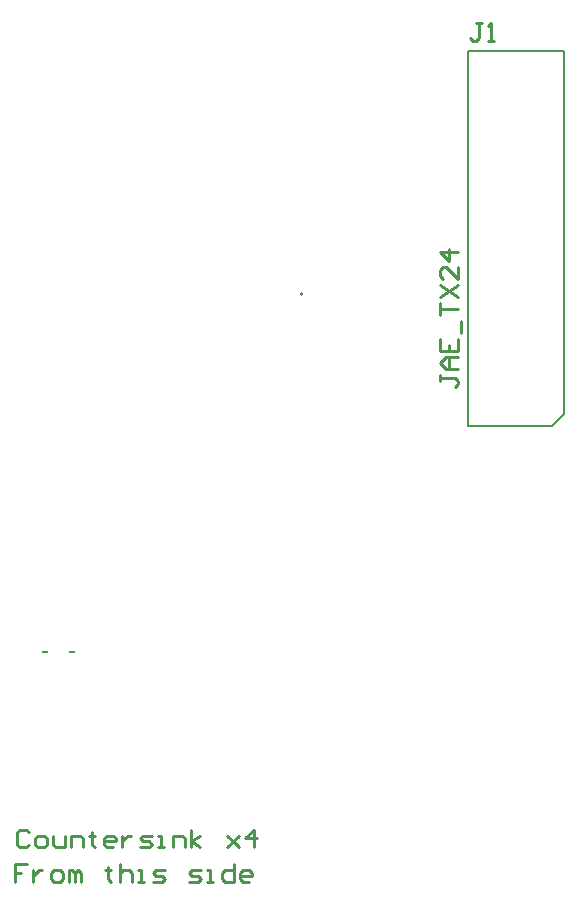
<source format=gto>
%FSLAX42Y42*%
%MOMM*%
G71*
G01*
G75*
G04 Layer_Color=65535*
%ADD10C,0.15*%
%ADD11C,0.50*%
%ADD12C,0.80*%
%ADD13C,0.20*%
%ADD14C,0.25*%
%ADD15C,1.00*%
%ADD16C,4.10*%
%ADD17C,1.30*%
%ADD18C,2.54*%
%ADD19R,1.50X1.50*%
%ADD20C,1.50*%
%ADD21C,2.30*%
%ADD22C,2.55*%
%ADD23C,3.00*%
%ADD24C,0.60*%
%ADD25C,0.50*%
%ADD26R,0.61X0.51*%
%ADD27R,0.71X1.32*%
G04:AMPARAMS|DCode=28|XSize=0.51mm|YSize=0.61mm|CornerRadius=0.13mm|HoleSize=0mm|Usage=FLASHONLY|Rotation=0.000|XOffset=0mm|YOffset=0mm|HoleType=Round|Shape=RoundedRectangle|*
%AMROUNDEDRECTD28*
21,1,0.51,0.36,0,0,0.0*
21,1,0.25,0.61,0,0,0.0*
1,1,0.25,0.13,-0.18*
1,1,0.25,-0.13,-0.18*
1,1,0.25,-0.13,0.18*
1,1,0.25,0.13,0.18*
%
%ADD28ROUNDEDRECTD28*%
%ADD29R,0.30X0.30*%
%ADD30R,0.30X0.50*%
%ADD31R,0.30X0.30*%
%ADD32R,0.50X0.30*%
%ADD33R,3.30X3.30*%
%ADD34R,0.30X0.45*%
%ADD35R,0.45X0.30*%
%ADD36R,0.98X3.40*%
%ADD37R,1.42X1.07*%
%ADD38R,1.91X1.19*%
%ADD39R,1.91X2.39*%
%ADD40R,2.11X1.50*%
%ADD41R,1.70X0.46*%
%ADD42R,0.51X0.61*%
%ADD43R,0.61X0.91*%
G04:AMPARAMS|DCode=44|XSize=0.71mm|YSize=1.32mm|CornerRadius=0.18mm|HoleSize=0mm|Usage=FLASHONLY|Rotation=0.000|XOffset=0mm|YOffset=0mm|HoleType=Round|Shape=RoundedRectangle|*
%AMROUNDEDRECTD44*
21,1,0.71,0.97,0,0,0.0*
21,1,0.36,1.32,0,0,0.0*
1,1,0.36,0.18,-0.48*
1,1,0.36,-0.18,-0.48*
1,1,0.36,-0.18,0.48*
1,1,0.36,0.18,0.48*
%
%ADD44ROUNDEDRECTD44*%
G04:AMPARAMS|DCode=45|XSize=0.61mm|YSize=0.91mm|CornerRadius=0.15mm|HoleSize=0mm|Usage=FLASHONLY|Rotation=90.000|XOffset=0mm|YOffset=0mm|HoleType=Round|Shape=RoundedRectangle|*
%AMROUNDEDRECTD45*
21,1,0.61,0.61,0,0,90.0*
21,1,0.30,0.91,0,0,90.0*
1,1,0.30,0.30,0.15*
1,1,0.30,0.30,-0.15*
1,1,0.30,-0.30,-0.15*
1,1,0.30,-0.30,0.15*
%
%ADD45ROUNDEDRECTD45*%
%ADD46R,0.71X0.20*%
%ADD47O,0.28X0.85*%
%ADD48O,0.85X0.28*%
%ADD49R,1.70X1.70*%
%ADD50R,3.02X0.76*%
%ADD51R,1.22X0.71*%
%ADD52R,1.70X0.40*%
G04:AMPARAMS|DCode=53|XSize=0.61mm|YSize=1.7mm|CornerRadius=0.3mm|HoleSize=0mm|Usage=FLASHONLY|Rotation=0.000|XOffset=0mm|YOffset=0mm|HoleType=Round|Shape=RoundedRectangle|*
%AMROUNDEDRECTD53*
21,1,0.61,1.09,0,0,0.0*
21,1,0.00,1.70,0,0,0.0*
1,1,0.61,0.00,-0.55*
1,1,0.61,0.00,-0.55*
1,1,0.61,0.00,0.55*
1,1,0.61,0.00,0.55*
%
%ADD53ROUNDEDRECTD53*%
G04:AMPARAMS|DCode=54|XSize=2.82mm|YSize=1.02mm|CornerRadius=0.51mm|HoleSize=0mm|Usage=FLASHONLY|Rotation=270.000|XOffset=0mm|YOffset=0mm|HoleType=Round|Shape=RoundedRectangle|*
%AMROUNDEDRECTD54*
21,1,2.82,0.00,0,0,270.0*
21,1,1.80,1.02,0,0,270.0*
1,1,1.02,0.00,-0.90*
1,1,1.02,0.00,0.90*
1,1,1.02,0.00,0.90*
1,1,1.02,0.00,-0.90*
%
%ADD54ROUNDEDRECTD54*%
%ADD55C,0.38*%
%ADD56C,0.60*%
%ADD57C,0.13*%
%ADD58R,0.60X0.15*%
D14*
X819Y1693D02*
Y1698D01*
X-1499Y-3137D02*
X-1600D01*
Y-3213D01*
X-1549D01*
X-1600D01*
Y-3289D01*
X-1448Y-3188D02*
Y-3289D01*
Y-3239D01*
X-1422Y-3213D01*
X-1397Y-3188D01*
X-1372D01*
X-1270Y-3289D02*
X-1219D01*
X-1194Y-3264D01*
Y-3213D01*
X-1219Y-3188D01*
X-1270D01*
X-1295Y-3213D01*
Y-3264D01*
X-1270Y-3289D01*
X-1143D02*
Y-3188D01*
X-1118D01*
X-1092Y-3213D01*
Y-3289D01*
Y-3213D01*
X-1067Y-3188D01*
X-1042Y-3213D01*
Y-3289D01*
X-813Y-3162D02*
Y-3188D01*
X-838D01*
X-788D01*
X-813D01*
Y-3264D01*
X-788Y-3289D01*
X-711Y-3137D02*
Y-3289D01*
Y-3213D01*
X-686Y-3188D01*
X-635D01*
X-610Y-3213D01*
Y-3289D01*
X-559D02*
X-508D01*
X-534D01*
Y-3188D01*
X-559D01*
X-432Y-3289D02*
X-356D01*
X-331Y-3264D01*
X-356Y-3239D01*
X-407D01*
X-432Y-3213D01*
X-407Y-3188D01*
X-331D01*
X-127Y-3289D02*
X-51D01*
X-26Y-3264D01*
X-51Y-3239D01*
X-102D01*
X-127Y-3213D01*
X-102Y-3188D01*
X-26D01*
X25Y-3289D02*
X76D01*
X50D01*
Y-3188D01*
X25D01*
X253Y-3137D02*
Y-3289D01*
X177D01*
X152Y-3264D01*
Y-3213D01*
X177Y-3188D01*
X253D01*
X380Y-3289D02*
X330D01*
X304Y-3264D01*
Y-3213D01*
X330Y-3188D01*
X380D01*
X406Y-3213D01*
Y-3239D01*
X304D01*
X-1486Y-2870D02*
X-1511Y-2845D01*
X-1562D01*
X-1588Y-2870D01*
Y-2972D01*
X-1562Y-2997D01*
X-1511D01*
X-1486Y-2972D01*
X-1410Y-2997D02*
X-1359D01*
X-1334Y-2972D01*
Y-2921D01*
X-1359Y-2896D01*
X-1410D01*
X-1435Y-2921D01*
Y-2972D01*
X-1410Y-2997D01*
X-1283Y-2896D02*
Y-2972D01*
X-1257Y-2997D01*
X-1181D01*
Y-2896D01*
X-1130Y-2997D02*
Y-2896D01*
X-1054D01*
X-1029Y-2921D01*
Y-2997D01*
X-953Y-2870D02*
Y-2896D01*
X-978D01*
X-927D01*
X-953D01*
Y-2972D01*
X-927Y-2997D01*
X-775D02*
X-826D01*
X-851Y-2972D01*
Y-2921D01*
X-826Y-2896D01*
X-775D01*
X-750Y-2921D01*
Y-2946D01*
X-851D01*
X-699Y-2896D02*
Y-2997D01*
Y-2946D01*
X-673Y-2921D01*
X-648Y-2896D01*
X-623D01*
X-546Y-2997D02*
X-470D01*
X-445Y-2972D01*
X-470Y-2946D01*
X-521D01*
X-546Y-2921D01*
X-521Y-2896D01*
X-445D01*
X-394Y-2997D02*
X-343D01*
X-369D01*
Y-2896D01*
X-394D01*
X-267Y-2997D02*
Y-2896D01*
X-191D01*
X-166Y-2921D01*
Y-2997D01*
X-115D02*
Y-2845D01*
Y-2946D02*
X-39Y-2896D01*
X-115Y-2946D02*
X-39Y-2997D01*
X190Y-2896D02*
X291Y-2997D01*
X241Y-2946D01*
X291Y-2896D01*
X190Y-2997D01*
X418D02*
Y-2845D01*
X342Y-2921D01*
X444D01*
X1997Y1007D02*
Y956D01*
Y981D01*
X2124D01*
X2150Y956D01*
Y931D01*
X2124Y905D01*
X2150Y1058D02*
X2048D01*
X1997Y1108D01*
X2048Y1159D01*
X2150D01*
X2074D01*
Y1058D01*
X1997Y1312D02*
Y1210D01*
X2150D01*
Y1312D01*
X2074Y1210D02*
Y1261D01*
X2175Y1362D02*
Y1464D01*
X1997Y1515D02*
Y1616D01*
Y1565D01*
X2150D01*
X1997Y1667D02*
X2150Y1769D01*
X1997D02*
X2150Y1667D01*
Y1921D02*
Y1819D01*
X2048Y1921D01*
X2023D01*
X1997Y1896D01*
Y1845D01*
X2023Y1819D01*
X2150Y2048D02*
X1997D01*
X2074Y1972D01*
Y2073D01*
X2354Y3986D02*
X2303D01*
X2329D01*
Y3859D01*
X2303Y3833D01*
X2278D01*
X2252Y3859D01*
X2405Y3833D02*
X2456D01*
X2430D01*
Y3986D01*
X2405Y3960D01*
D57*
X2233Y575D02*
X2944D01*
X3046Y677D01*
Y3750D01*
X2233Y3750D02*
X3046Y3750D01*
X2233Y3750D02*
X2233Y575D01*
D58*
X-1346Y-1346D02*
D03*
X-1117Y-1346D02*
D03*
M02*

</source>
